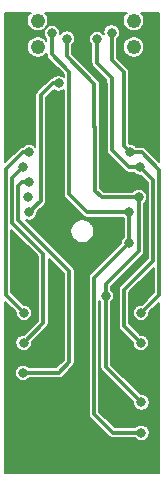
<source format=gbr>
G04 #@! TF.GenerationSoftware,KiCad,Pcbnew,(5.1.10)-1*
G04 #@! TF.CreationDate,2021-10-26T18:23:48-05:00*
G04 #@! TF.ProjectId,samtec_dbg,73616d74-6563-45f6-9462-672e6b696361,rev?*
G04 #@! TF.SameCoordinates,Original*
G04 #@! TF.FileFunction,Copper,L4,Bot*
G04 #@! TF.FilePolarity,Positive*
%FSLAX46Y46*%
G04 Gerber Fmt 4.6, Leading zero omitted, Abs format (unit mm)*
G04 Created by KiCad (PCBNEW (5.1.10)-1) date 2021-10-26 18:23:48*
%MOMM*%
%LPD*%
G01*
G04 APERTURE LIST*
G04 #@! TA.AperFunction,ComponentPad*
%ADD10C,1.218000*%
G04 #@! TD*
G04 #@! TA.AperFunction,ViaPad*
%ADD11C,0.800000*%
G04 #@! TD*
G04 #@! TA.AperFunction,Conductor*
%ADD12C,0.330000*%
G04 #@! TD*
G04 #@! TA.AperFunction,Conductor*
%ADD13C,0.250000*%
G04 #@! TD*
G04 #@! TA.AperFunction,Conductor*
%ADD14C,0.200000*%
G04 #@! TD*
G04 #@! TA.AperFunction,Conductor*
%ADD15C,0.100000*%
G04 #@! TD*
G04 APERTURE END LIST*
D10*
X114364500Y-101175000D03*
X106235500Y-101175000D03*
X114364500Y-103425000D03*
X106235500Y-103425000D03*
D11*
X104000000Y-103000000D03*
X104000000Y-106000000D03*
X115000000Y-107000000D03*
X115000000Y-109000000D03*
X112000000Y-120000000D03*
X110000000Y-121000000D03*
X114000000Y-138000000D03*
X106000000Y-138000000D03*
X105080000Y-125920000D03*
X105525014Y-112330000D03*
X112500000Y-102200000D03*
X114070000Y-112330000D03*
X114980000Y-125920000D03*
X105040000Y-128460000D03*
X105004444Y-113595556D03*
X111252500Y-102752500D03*
X114900000Y-113600000D03*
X114960000Y-128460000D03*
X105000000Y-131000000D03*
X105500000Y-114870000D03*
X109982500Y-102217500D03*
X113970000Y-114870000D03*
X115000000Y-131000000D03*
X105400000Y-116140000D03*
X108712500Y-102712500D03*
X115000000Y-133500000D03*
X114779989Y-116140000D03*
X112000000Y-124500000D03*
X105500000Y-117410000D03*
X108000000Y-106500000D03*
X107442500Y-102257500D03*
X114000000Y-117410000D03*
X115000000Y-136080000D03*
X114000000Y-120000000D03*
X108100000Y-118700000D03*
X107800000Y-110900000D03*
X107200000Y-105400000D03*
X104000000Y-109100000D03*
X104900000Y-121300000D03*
X107800000Y-123600000D03*
D12*
X105080000Y-125920000D02*
X103539980Y-124379980D01*
X103539980Y-124379980D02*
X103539980Y-113749349D01*
X103539980Y-113749349D02*
X104959329Y-112330000D01*
X104959329Y-112330000D02*
X105525014Y-112330000D01*
X112500000Y-102200000D02*
X112500000Y-104500000D01*
X112500000Y-104500000D02*
X113500000Y-105500000D01*
X113500000Y-105500000D02*
X113500000Y-111760000D01*
X113500000Y-111760000D02*
X114070000Y-112330000D01*
X116525021Y-113825021D02*
X116525021Y-124374979D01*
X114070000Y-112330000D02*
X115030000Y-112330000D01*
X116525021Y-124374979D02*
X114980000Y-125920000D01*
X115030000Y-112330000D02*
X116525021Y-113825021D01*
X104069991Y-114530009D02*
X105004444Y-113595556D01*
X106700000Y-120949548D02*
X104069991Y-118319539D01*
X104069991Y-118319539D02*
X104069991Y-114530009D01*
X106700000Y-126800000D02*
X106700000Y-120949548D01*
X105040000Y-128460000D02*
X106700000Y-126800000D01*
X115995010Y-121504990D02*
X113500000Y-124000000D01*
X114560001Y-128060001D02*
X114960000Y-128460000D01*
X115995010Y-114695010D02*
X115995010Y-121504990D01*
X113500000Y-124000000D02*
X113500000Y-127000000D01*
X113500000Y-127000000D02*
X114560001Y-128060001D01*
X114900000Y-113600000D02*
X115995010Y-114695010D01*
X114000000Y-113600000D02*
X114900000Y-113600000D01*
X112500000Y-112100000D02*
X114000000Y-113600000D01*
X112500000Y-106000000D02*
X112500000Y-112100000D01*
X111252500Y-104752500D02*
X112500000Y-106000000D01*
X111252500Y-102752500D02*
X111252500Y-104752500D01*
X108000000Y-131000000D02*
X105000000Y-131000000D01*
X108900000Y-122400000D02*
X108900000Y-130100000D01*
X108900000Y-130100000D02*
X108000000Y-131000000D01*
X104600000Y-118100000D02*
X108900000Y-122400000D01*
X104600000Y-115204315D02*
X104600000Y-118100000D01*
X104934315Y-114870000D02*
X104600000Y-115204315D01*
X105500000Y-114870000D02*
X104934315Y-114870000D01*
D13*
X109982500Y-102217500D02*
X109982500Y-104482500D01*
X109982500Y-104482500D02*
X112000000Y-106500000D01*
X112000000Y-106500000D02*
X112000000Y-114500000D01*
X112370000Y-114870000D02*
X113970000Y-114870000D01*
X112000000Y-114500000D02*
X112370000Y-114870000D01*
D12*
X111075001Y-115575001D02*
X111640000Y-116140000D01*
X114779989Y-120720011D02*
X114779989Y-116140000D01*
X111035001Y-110183999D02*
X111075001Y-110223999D01*
X111640000Y-116140000D02*
X114779989Y-116140000D01*
X112000000Y-123500000D02*
X114779989Y-120720011D01*
X108712500Y-104212500D02*
X111035001Y-106535001D01*
X112000000Y-130500000D02*
X112000000Y-124500000D01*
X111075001Y-110223999D02*
X111075001Y-115575001D01*
X111035001Y-106535001D02*
X111035001Y-110183999D01*
X115000000Y-133500000D02*
X112000000Y-130500000D01*
X108712500Y-102712500D02*
X108712500Y-104212500D01*
X112000000Y-124500000D02*
X112000000Y-123500000D01*
X105500000Y-117410000D02*
X106500000Y-116410000D01*
X106500000Y-116410000D02*
X106500000Y-107500000D01*
X106500000Y-107500000D02*
X107500000Y-106500000D01*
X107500000Y-106500000D02*
X108000000Y-106500000D01*
D13*
X108000000Y-106500000D02*
X108000000Y-106500000D01*
D12*
X114000000Y-117410000D02*
X114000000Y-120000000D01*
X114000000Y-120000000D02*
X114000000Y-120000000D01*
X111000000Y-123000000D02*
X111000000Y-134500000D01*
X112580000Y-136080000D02*
X115000000Y-136080000D01*
X111000000Y-134500000D02*
X112580000Y-136080000D01*
X110410000Y-117410000D02*
X114000000Y-117410000D01*
X108964999Y-115964999D02*
X110410000Y-117410000D01*
X108900000Y-115900000D02*
X108964999Y-115964999D01*
X108900000Y-105529998D02*
X108900000Y-115900000D01*
X107442500Y-104042500D02*
X108900000Y-105500000D01*
X107442500Y-102257500D02*
X107442500Y-104042500D01*
X114000000Y-120000000D02*
X111000000Y-123000000D01*
D13*
X113000000Y-123500000D02*
X113000000Y-129000000D01*
X114703002Y-114870000D02*
X115504999Y-115671997D01*
X114600001Y-130600001D02*
X115000000Y-131000000D01*
X113000000Y-129000000D02*
X114600001Y-130600001D01*
X113970000Y-114870000D02*
X114703002Y-114870000D01*
X115504999Y-120995001D02*
X113000000Y-123500000D01*
X115504999Y-115671997D02*
X115504999Y-120995001D01*
D14*
X105529434Y-100595546D02*
X105429955Y-100744427D01*
X105361433Y-100909855D01*
X105326500Y-101085471D01*
X105326500Y-101264529D01*
X105361433Y-101440145D01*
X105429955Y-101605573D01*
X105529434Y-101754454D01*
X105656046Y-101881066D01*
X105804927Y-101980545D01*
X105970355Y-102049067D01*
X106145971Y-102084000D01*
X106325029Y-102084000D01*
X106500645Y-102049067D01*
X106666073Y-101980545D01*
X106814954Y-101881066D01*
X106941566Y-101754454D01*
X107041045Y-101605573D01*
X107109567Y-101440145D01*
X107144500Y-101264529D01*
X107144500Y-101085471D01*
X107109567Y-100909855D01*
X107041045Y-100744427D01*
X106941566Y-100595546D01*
X106846020Y-100500000D01*
X113753980Y-100500000D01*
X113658434Y-100595546D01*
X113558955Y-100744427D01*
X113490433Y-100909855D01*
X113455500Y-101085471D01*
X113455500Y-101264529D01*
X113490433Y-101440145D01*
X113558955Y-101605573D01*
X113658434Y-101754454D01*
X113785046Y-101881066D01*
X113933927Y-101980545D01*
X114099355Y-102049067D01*
X114274971Y-102084000D01*
X114454029Y-102084000D01*
X114629645Y-102049067D01*
X114795073Y-101980545D01*
X114943954Y-101881066D01*
X115070566Y-101754454D01*
X115170045Y-101605573D01*
X115238567Y-101440145D01*
X115273500Y-101264529D01*
X115273500Y-101085471D01*
X115238567Y-100909855D01*
X115170045Y-100744427D01*
X115070566Y-100595546D01*
X114975020Y-100500000D01*
X116500000Y-100500000D01*
X116500000Y-113142391D01*
X115374957Y-112017349D01*
X115360395Y-111999605D01*
X115289590Y-111941497D01*
X115208808Y-111898318D01*
X115121156Y-111871729D01*
X115052835Y-111865000D01*
X115052832Y-111865000D01*
X115030000Y-111862751D01*
X115007168Y-111865000D01*
X114594950Y-111865000D01*
X114516224Y-111786274D01*
X114401574Y-111709668D01*
X114274182Y-111656901D01*
X114138944Y-111630000D01*
X114027608Y-111630000D01*
X113965000Y-111567392D01*
X113965000Y-105522834D01*
X113967249Y-105500000D01*
X113961226Y-105438843D01*
X113958271Y-105408844D01*
X113931682Y-105321192D01*
X113888503Y-105240410D01*
X113830395Y-105169605D01*
X113812657Y-105155048D01*
X112965000Y-104307392D01*
X112965000Y-103335471D01*
X113455500Y-103335471D01*
X113455500Y-103514529D01*
X113490433Y-103690145D01*
X113558955Y-103855573D01*
X113658434Y-104004454D01*
X113785046Y-104131066D01*
X113933927Y-104230545D01*
X114099355Y-104299067D01*
X114274971Y-104334000D01*
X114454029Y-104334000D01*
X114629645Y-104299067D01*
X114795073Y-104230545D01*
X114943954Y-104131066D01*
X115070566Y-104004454D01*
X115170045Y-103855573D01*
X115238567Y-103690145D01*
X115273500Y-103514529D01*
X115273500Y-103335471D01*
X115238567Y-103159855D01*
X115170045Y-102994427D01*
X115070566Y-102845546D01*
X114943954Y-102718934D01*
X114795073Y-102619455D01*
X114629645Y-102550933D01*
X114454029Y-102516000D01*
X114274971Y-102516000D01*
X114099355Y-102550933D01*
X113933927Y-102619455D01*
X113785046Y-102718934D01*
X113658434Y-102845546D01*
X113558955Y-102994427D01*
X113490433Y-103159855D01*
X113455500Y-103335471D01*
X112965000Y-103335471D01*
X112965000Y-102724950D01*
X113043726Y-102646224D01*
X113120332Y-102531574D01*
X113173099Y-102404182D01*
X113200000Y-102268944D01*
X113200000Y-102131056D01*
X113173099Y-101995818D01*
X113120332Y-101868426D01*
X113043726Y-101753776D01*
X112946224Y-101656274D01*
X112831574Y-101579668D01*
X112704182Y-101526901D01*
X112568944Y-101500000D01*
X112431056Y-101500000D01*
X112295818Y-101526901D01*
X112168426Y-101579668D01*
X112053776Y-101656274D01*
X111956274Y-101753776D01*
X111879668Y-101868426D01*
X111826901Y-101995818D01*
X111800000Y-102131056D01*
X111800000Y-102268944D01*
X111812174Y-102330143D01*
X111796226Y-102306276D01*
X111698724Y-102208774D01*
X111584074Y-102132168D01*
X111456682Y-102079401D01*
X111321444Y-102052500D01*
X111183556Y-102052500D01*
X111048318Y-102079401D01*
X110920926Y-102132168D01*
X110806276Y-102208774D01*
X110708774Y-102306276D01*
X110632168Y-102420926D01*
X110579401Y-102548318D01*
X110552500Y-102683556D01*
X110552500Y-102821444D01*
X110579401Y-102956682D01*
X110632168Y-103084074D01*
X110708774Y-103198724D01*
X110787500Y-103277450D01*
X110787501Y-104729658D01*
X110785251Y-104752500D01*
X110791177Y-104812657D01*
X110794230Y-104843656D01*
X110820819Y-104931308D01*
X110863998Y-105012090D01*
X110922106Y-105082895D01*
X110939845Y-105097453D01*
X112035000Y-106192610D01*
X112035001Y-112077158D01*
X112032751Y-112100000D01*
X112041730Y-112191155D01*
X112068319Y-112278808D01*
X112095682Y-112330000D01*
X112111498Y-112359590D01*
X112169606Y-112430395D01*
X112187345Y-112444953D01*
X113655051Y-113912661D01*
X113669605Y-113930395D01*
X113687338Y-113944948D01*
X113687341Y-113944951D01*
X113740410Y-113988503D01*
X113821192Y-114031682D01*
X113908844Y-114058271D01*
X113977165Y-114065000D01*
X113977175Y-114065000D01*
X113999999Y-114067248D01*
X114022824Y-114065000D01*
X114375050Y-114065000D01*
X114453776Y-114143726D01*
X114568426Y-114220332D01*
X114695818Y-114273099D01*
X114831056Y-114300000D01*
X114942392Y-114300000D01*
X115530010Y-114887619D01*
X115530011Y-121312380D01*
X113187349Y-123655043D01*
X113169605Y-123669605D01*
X113111497Y-123740411D01*
X113068318Y-123821193D01*
X113041729Y-123908845D01*
X113035977Y-123967249D01*
X113032751Y-124000000D01*
X113035000Y-124022832D01*
X113035001Y-126977158D01*
X113032751Y-127000000D01*
X113041730Y-127091155D01*
X113068319Y-127178808D01*
X113111497Y-127259589D01*
X113134522Y-127287645D01*
X113169606Y-127330395D01*
X113187345Y-127344953D01*
X114247343Y-128404952D01*
X114247348Y-128404956D01*
X114260000Y-128417608D01*
X114260000Y-128528944D01*
X114286901Y-128664182D01*
X114339668Y-128791574D01*
X114416274Y-128906224D01*
X114513776Y-129003726D01*
X114628426Y-129080332D01*
X114755818Y-129133099D01*
X114891056Y-129160000D01*
X115028944Y-129160000D01*
X115164182Y-129133099D01*
X115291574Y-129080332D01*
X115406224Y-129003726D01*
X115503726Y-128906224D01*
X115580332Y-128791574D01*
X115633099Y-128664182D01*
X115660000Y-128528944D01*
X115660000Y-128391056D01*
X115633099Y-128255818D01*
X115580332Y-128128426D01*
X115503726Y-128013776D01*
X115406224Y-127916274D01*
X115291574Y-127839668D01*
X115164182Y-127786901D01*
X115028944Y-127760000D01*
X114917608Y-127760000D01*
X114904956Y-127747348D01*
X114904952Y-127747343D01*
X113965000Y-126807392D01*
X113965000Y-124192608D01*
X116060022Y-122097587D01*
X116060022Y-124182369D01*
X115022392Y-125220000D01*
X114911056Y-125220000D01*
X114775818Y-125246901D01*
X114648426Y-125299668D01*
X114533776Y-125376274D01*
X114436274Y-125473776D01*
X114359668Y-125588426D01*
X114306901Y-125715818D01*
X114280000Y-125851056D01*
X114280000Y-125988944D01*
X114306901Y-126124182D01*
X114359668Y-126251574D01*
X114436274Y-126366224D01*
X114533776Y-126463726D01*
X114648426Y-126540332D01*
X114775818Y-126593099D01*
X114911056Y-126620000D01*
X115048944Y-126620000D01*
X115184182Y-126593099D01*
X115311574Y-126540332D01*
X115426224Y-126463726D01*
X115523726Y-126366224D01*
X115600332Y-126251574D01*
X115653099Y-126124182D01*
X115680000Y-125988944D01*
X115680000Y-125877608D01*
X116500000Y-125057609D01*
X116500000Y-139500000D01*
X103500000Y-139500000D01*
X103500000Y-124997608D01*
X104380000Y-125877609D01*
X104380000Y-125988944D01*
X104406901Y-126124182D01*
X104459668Y-126251574D01*
X104536274Y-126366224D01*
X104633776Y-126463726D01*
X104748426Y-126540332D01*
X104875818Y-126593099D01*
X105011056Y-126620000D01*
X105148944Y-126620000D01*
X105284182Y-126593099D01*
X105411574Y-126540332D01*
X105526224Y-126463726D01*
X105623726Y-126366224D01*
X105700332Y-126251574D01*
X105753099Y-126124182D01*
X105780000Y-125988944D01*
X105780000Y-125851056D01*
X105753099Y-125715818D01*
X105700332Y-125588426D01*
X105623726Y-125473776D01*
X105526224Y-125376274D01*
X105411574Y-125299668D01*
X105284182Y-125246901D01*
X105148944Y-125220000D01*
X105037609Y-125220000D01*
X104004980Y-124187372D01*
X104004980Y-118912136D01*
X106235001Y-121142159D01*
X106235000Y-126607391D01*
X105082392Y-127760000D01*
X104971056Y-127760000D01*
X104835818Y-127786901D01*
X104708426Y-127839668D01*
X104593776Y-127916274D01*
X104496274Y-128013776D01*
X104419668Y-128128426D01*
X104366901Y-128255818D01*
X104340000Y-128391056D01*
X104340000Y-128528944D01*
X104366901Y-128664182D01*
X104419668Y-128791574D01*
X104496274Y-128906224D01*
X104593776Y-129003726D01*
X104708426Y-129080332D01*
X104835818Y-129133099D01*
X104971056Y-129160000D01*
X105108944Y-129160000D01*
X105244182Y-129133099D01*
X105371574Y-129080332D01*
X105486224Y-129003726D01*
X105583726Y-128906224D01*
X105660332Y-128791574D01*
X105713099Y-128664182D01*
X105740000Y-128528944D01*
X105740000Y-128417608D01*
X107012657Y-127144952D01*
X107030395Y-127130395D01*
X107088503Y-127059590D01*
X107131682Y-126978808D01*
X107158271Y-126891156D01*
X107165000Y-126822835D01*
X107165000Y-126822834D01*
X107167249Y-126800000D01*
X107165000Y-126777166D01*
X107165000Y-121322609D01*
X108435000Y-122592610D01*
X108435001Y-129907389D01*
X107807392Y-130535000D01*
X105524950Y-130535000D01*
X105446224Y-130456274D01*
X105331574Y-130379668D01*
X105204182Y-130326901D01*
X105068944Y-130300000D01*
X104931056Y-130300000D01*
X104795818Y-130326901D01*
X104668426Y-130379668D01*
X104553776Y-130456274D01*
X104456274Y-130553776D01*
X104379668Y-130668426D01*
X104326901Y-130795818D01*
X104300000Y-130931056D01*
X104300000Y-131068944D01*
X104326901Y-131204182D01*
X104379668Y-131331574D01*
X104456274Y-131446224D01*
X104553776Y-131543726D01*
X104668426Y-131620332D01*
X104795818Y-131673099D01*
X104931056Y-131700000D01*
X105068944Y-131700000D01*
X105204182Y-131673099D01*
X105331574Y-131620332D01*
X105446224Y-131543726D01*
X105524950Y-131465000D01*
X107977168Y-131465000D01*
X108000000Y-131467249D01*
X108022832Y-131465000D01*
X108022835Y-131465000D01*
X108091156Y-131458271D01*
X108178808Y-131431682D01*
X108259590Y-131388503D01*
X108330395Y-131330395D01*
X108344957Y-131312651D01*
X109212661Y-130444949D01*
X109230395Y-130430395D01*
X109272026Y-130379668D01*
X109288503Y-130359590D01*
X109331681Y-130278810D01*
X109331682Y-130278808D01*
X109358271Y-130191156D01*
X109365000Y-130122835D01*
X109365000Y-130122825D01*
X109367248Y-130100001D01*
X109365000Y-130077176D01*
X109365000Y-122422824D01*
X109367248Y-122399999D01*
X109365000Y-122377175D01*
X109365000Y-122377165D01*
X109358271Y-122308844D01*
X109331682Y-122221192D01*
X109288503Y-122140410D01*
X109230395Y-122069605D01*
X109212663Y-122055053D01*
X106058133Y-118900524D01*
X108990000Y-118900524D01*
X108990000Y-119099476D01*
X109028814Y-119294606D01*
X109104950Y-119478414D01*
X109215482Y-119643837D01*
X109356163Y-119784518D01*
X109521586Y-119895050D01*
X109705394Y-119971186D01*
X109900524Y-120010000D01*
X110099476Y-120010000D01*
X110294606Y-119971186D01*
X110478414Y-119895050D01*
X110643837Y-119784518D01*
X110784518Y-119643837D01*
X110895050Y-119478414D01*
X110971186Y-119294606D01*
X111010000Y-119099476D01*
X111010000Y-118900524D01*
X110971186Y-118705394D01*
X110895050Y-118521586D01*
X110784518Y-118356163D01*
X110643837Y-118215482D01*
X110478414Y-118104950D01*
X110294606Y-118028814D01*
X110099476Y-117990000D01*
X109900524Y-117990000D01*
X109705394Y-118028814D01*
X109521586Y-118104950D01*
X109356163Y-118215482D01*
X109215482Y-118356163D01*
X109104950Y-118521586D01*
X109028814Y-118705394D01*
X108990000Y-118900524D01*
X106058133Y-118900524D01*
X105201738Y-118044130D01*
X105295818Y-118083099D01*
X105431056Y-118110000D01*
X105568944Y-118110000D01*
X105704182Y-118083099D01*
X105831574Y-118030332D01*
X105946224Y-117953726D01*
X106043726Y-117856224D01*
X106120332Y-117741574D01*
X106173099Y-117614182D01*
X106200000Y-117478944D01*
X106200000Y-117367608D01*
X106812657Y-116754952D01*
X106830395Y-116740395D01*
X106888503Y-116669590D01*
X106931682Y-116588808D01*
X106958271Y-116501156D01*
X106965000Y-116432835D01*
X106965000Y-116432834D01*
X106967249Y-116410000D01*
X106965000Y-116387166D01*
X106965000Y-107692608D01*
X107589807Y-107067801D01*
X107668426Y-107120332D01*
X107795818Y-107173099D01*
X107931056Y-107200000D01*
X108068944Y-107200000D01*
X108204182Y-107173099D01*
X108331574Y-107120332D01*
X108435000Y-107051225D01*
X108435001Y-115877158D01*
X108432751Y-115900000D01*
X108441730Y-115991155D01*
X108468319Y-116078808D01*
X108506592Y-116150411D01*
X108511498Y-116159590D01*
X108569606Y-116230395D01*
X108587343Y-116244951D01*
X108652341Y-116309950D01*
X108652346Y-116309954D01*
X110065047Y-117722656D01*
X110079605Y-117740395D01*
X110150410Y-117798503D01*
X110231192Y-117841682D01*
X110318844Y-117868271D01*
X110387165Y-117875000D01*
X110387167Y-117875000D01*
X110409999Y-117877249D01*
X110432831Y-117875000D01*
X113475050Y-117875000D01*
X113535000Y-117934950D01*
X113535001Y-119475049D01*
X113456274Y-119553776D01*
X113379668Y-119668426D01*
X113326901Y-119795818D01*
X113300000Y-119931056D01*
X113300000Y-120042391D01*
X110687349Y-122655043D01*
X110669605Y-122669605D01*
X110611497Y-122740411D01*
X110568318Y-122821193D01*
X110541729Y-122908845D01*
X110535000Y-122977165D01*
X110532751Y-123000000D01*
X110535000Y-123022832D01*
X110535001Y-134477158D01*
X110532751Y-134500000D01*
X110540894Y-134582667D01*
X110541730Y-134591156D01*
X110568319Y-134678808D01*
X110611498Y-134759590D01*
X110669606Y-134830395D01*
X110687345Y-134844953D01*
X112235052Y-136392661D01*
X112249605Y-136410395D01*
X112267338Y-136424948D01*
X112267341Y-136424951D01*
X112320410Y-136468503D01*
X112401192Y-136511682D01*
X112488844Y-136538271D01*
X112557165Y-136545000D01*
X112557175Y-136545000D01*
X112579999Y-136547248D01*
X112602823Y-136545000D01*
X114475050Y-136545000D01*
X114553776Y-136623726D01*
X114668426Y-136700332D01*
X114795818Y-136753099D01*
X114931056Y-136780000D01*
X115068944Y-136780000D01*
X115204182Y-136753099D01*
X115331574Y-136700332D01*
X115446224Y-136623726D01*
X115543726Y-136526224D01*
X115620332Y-136411574D01*
X115673099Y-136284182D01*
X115700000Y-136148944D01*
X115700000Y-136011056D01*
X115673099Y-135875818D01*
X115620332Y-135748426D01*
X115543726Y-135633776D01*
X115446224Y-135536274D01*
X115331574Y-135459668D01*
X115204182Y-135406901D01*
X115068944Y-135380000D01*
X114931056Y-135380000D01*
X114795818Y-135406901D01*
X114668426Y-135459668D01*
X114553776Y-135536274D01*
X114475050Y-135615000D01*
X112772610Y-135615000D01*
X111465000Y-134307392D01*
X111465000Y-124954950D01*
X111535001Y-125024951D01*
X111535000Y-130477168D01*
X111532751Y-130500000D01*
X111535000Y-130522832D01*
X111535000Y-130522834D01*
X111541729Y-130591155D01*
X111568318Y-130678807D01*
X111611497Y-130759589D01*
X111669605Y-130830395D01*
X111687349Y-130844957D01*
X114300000Y-133457609D01*
X114300000Y-133568944D01*
X114326901Y-133704182D01*
X114379668Y-133831574D01*
X114456274Y-133946224D01*
X114553776Y-134043726D01*
X114668426Y-134120332D01*
X114795818Y-134173099D01*
X114931056Y-134200000D01*
X115068944Y-134200000D01*
X115204182Y-134173099D01*
X115331574Y-134120332D01*
X115446224Y-134043726D01*
X115543726Y-133946224D01*
X115620332Y-133831574D01*
X115673099Y-133704182D01*
X115700000Y-133568944D01*
X115700000Y-133431056D01*
X115673099Y-133295818D01*
X115620332Y-133168426D01*
X115543726Y-133053776D01*
X115446224Y-132956274D01*
X115331574Y-132879668D01*
X115204182Y-132826901D01*
X115068944Y-132800000D01*
X114957609Y-132800000D01*
X112465000Y-130307392D01*
X112465000Y-125024950D01*
X112543726Y-124946224D01*
X112620332Y-124831574D01*
X112673099Y-124704182D01*
X112700000Y-124568944D01*
X112700000Y-124431056D01*
X112673099Y-124295818D01*
X112620332Y-124168426D01*
X112543726Y-124053776D01*
X112465000Y-123975050D01*
X112465000Y-123692608D01*
X115092646Y-121064963D01*
X115110384Y-121050406D01*
X115168492Y-120979601D01*
X115211671Y-120898819D01*
X115238260Y-120811167D01*
X115244989Y-120742846D01*
X115244989Y-120742836D01*
X115247237Y-120720012D01*
X115244989Y-120697187D01*
X115244989Y-116664950D01*
X115323715Y-116586224D01*
X115400321Y-116471574D01*
X115453088Y-116344182D01*
X115479989Y-116208944D01*
X115479989Y-116071056D01*
X115453088Y-115935818D01*
X115400321Y-115808426D01*
X115323715Y-115693776D01*
X115226213Y-115596274D01*
X115111563Y-115519668D01*
X114984171Y-115466901D01*
X114848933Y-115440000D01*
X114711045Y-115440000D01*
X114575807Y-115466901D01*
X114448415Y-115519668D01*
X114333765Y-115596274D01*
X114255039Y-115675000D01*
X111832609Y-115675000D01*
X111540001Y-115382392D01*
X111540001Y-110246833D01*
X111542250Y-110223999D01*
X111533272Y-110132845D01*
X111533272Y-110132843D01*
X111506683Y-110045191D01*
X111500001Y-110032690D01*
X111500001Y-106557824D01*
X111502249Y-106535000D01*
X111500001Y-106512176D01*
X111500001Y-106512166D01*
X111493272Y-106443845D01*
X111466683Y-106356193D01*
X111423504Y-106275411D01*
X111410519Y-106259589D01*
X111379952Y-106222342D01*
X111379949Y-106222339D01*
X111365396Y-106204606D01*
X111347664Y-106190054D01*
X109177500Y-104019892D01*
X109177500Y-103237450D01*
X109256226Y-103158724D01*
X109332832Y-103044074D01*
X109385599Y-102916682D01*
X109412500Y-102781444D01*
X109412500Y-102643556D01*
X109385599Y-102508318D01*
X109332832Y-102380926D01*
X109256226Y-102266276D01*
X109158724Y-102168774D01*
X109044074Y-102092168D01*
X108916682Y-102039401D01*
X108781444Y-102012500D01*
X108643556Y-102012500D01*
X108508318Y-102039401D01*
X108380926Y-102092168D01*
X108266276Y-102168774D01*
X108168774Y-102266276D01*
X108142500Y-102305598D01*
X108142500Y-102188556D01*
X108115599Y-102053318D01*
X108062832Y-101925926D01*
X107986226Y-101811276D01*
X107888724Y-101713774D01*
X107774074Y-101637168D01*
X107646682Y-101584401D01*
X107511444Y-101557500D01*
X107373556Y-101557500D01*
X107238318Y-101584401D01*
X107110926Y-101637168D01*
X106996276Y-101713774D01*
X106898774Y-101811276D01*
X106822168Y-101925926D01*
X106769401Y-102053318D01*
X106742500Y-102188556D01*
X106742500Y-102326444D01*
X106769401Y-102461682D01*
X106822168Y-102589074D01*
X106898774Y-102703724D01*
X106977500Y-102782450D01*
X106977500Y-102899326D01*
X106941566Y-102845546D01*
X106814954Y-102718934D01*
X106666073Y-102619455D01*
X106500645Y-102550933D01*
X106325029Y-102516000D01*
X106145971Y-102516000D01*
X105970355Y-102550933D01*
X105804927Y-102619455D01*
X105656046Y-102718934D01*
X105529434Y-102845546D01*
X105429955Y-102994427D01*
X105361433Y-103159855D01*
X105326500Y-103335471D01*
X105326500Y-103514529D01*
X105361433Y-103690145D01*
X105429955Y-103855573D01*
X105529434Y-104004454D01*
X105656046Y-104131066D01*
X105804927Y-104230545D01*
X105970355Y-104299067D01*
X106145971Y-104334000D01*
X106325029Y-104334000D01*
X106500645Y-104299067D01*
X106666073Y-104230545D01*
X106814954Y-104131066D01*
X106941566Y-104004454D01*
X106977501Y-103950674D01*
X106977501Y-104019658D01*
X106975251Y-104042500D01*
X106983017Y-104121345D01*
X106984230Y-104133656D01*
X107008147Y-104212500D01*
X107010819Y-104221308D01*
X107049797Y-104294230D01*
X107053998Y-104302090D01*
X107112106Y-104372895D01*
X107129845Y-104387453D01*
X108435000Y-105692610D01*
X108435000Y-105948774D01*
X108331574Y-105879668D01*
X108204182Y-105826901D01*
X108068944Y-105800000D01*
X107931056Y-105800000D01*
X107795818Y-105826901D01*
X107668426Y-105879668D01*
X107553776Y-105956274D01*
X107474819Y-106035231D01*
X107408844Y-106041729D01*
X107321192Y-106068318D01*
X107240410Y-106111497D01*
X107169605Y-106169605D01*
X107155047Y-106187344D01*
X106187345Y-107155047D01*
X106169606Y-107169605D01*
X106155049Y-107187343D01*
X106111497Y-107240411D01*
X106068319Y-107321192D01*
X106041730Y-107408845D01*
X106032751Y-107500000D01*
X106035001Y-107522842D01*
X106035001Y-111850037D01*
X105971238Y-111786274D01*
X105856588Y-111709668D01*
X105729196Y-111656901D01*
X105593958Y-111630000D01*
X105456070Y-111630000D01*
X105320832Y-111656901D01*
X105193440Y-111709668D01*
X105078790Y-111786274D01*
X105000064Y-111865000D01*
X104982163Y-111865000D01*
X104959329Y-111862751D01*
X104936495Y-111865000D01*
X104936494Y-111865000D01*
X104868173Y-111871729D01*
X104780521Y-111898318D01*
X104699739Y-111941497D01*
X104628934Y-111999605D01*
X104614378Y-112017342D01*
X103500000Y-113131721D01*
X103500000Y-100500000D01*
X105624980Y-100500000D01*
X105529434Y-100595546D01*
G04 #@! TA.AperFunction,Conductor*
D15*
G36*
X105529434Y-100595546D02*
G01*
X105429955Y-100744427D01*
X105361433Y-100909855D01*
X105326500Y-101085471D01*
X105326500Y-101264529D01*
X105361433Y-101440145D01*
X105429955Y-101605573D01*
X105529434Y-101754454D01*
X105656046Y-101881066D01*
X105804927Y-101980545D01*
X105970355Y-102049067D01*
X106145971Y-102084000D01*
X106325029Y-102084000D01*
X106500645Y-102049067D01*
X106666073Y-101980545D01*
X106814954Y-101881066D01*
X106941566Y-101754454D01*
X107041045Y-101605573D01*
X107109567Y-101440145D01*
X107144500Y-101264529D01*
X107144500Y-101085471D01*
X107109567Y-100909855D01*
X107041045Y-100744427D01*
X106941566Y-100595546D01*
X106846020Y-100500000D01*
X113753980Y-100500000D01*
X113658434Y-100595546D01*
X113558955Y-100744427D01*
X113490433Y-100909855D01*
X113455500Y-101085471D01*
X113455500Y-101264529D01*
X113490433Y-101440145D01*
X113558955Y-101605573D01*
X113658434Y-101754454D01*
X113785046Y-101881066D01*
X113933927Y-101980545D01*
X114099355Y-102049067D01*
X114274971Y-102084000D01*
X114454029Y-102084000D01*
X114629645Y-102049067D01*
X114795073Y-101980545D01*
X114943954Y-101881066D01*
X115070566Y-101754454D01*
X115170045Y-101605573D01*
X115238567Y-101440145D01*
X115273500Y-101264529D01*
X115273500Y-101085471D01*
X115238567Y-100909855D01*
X115170045Y-100744427D01*
X115070566Y-100595546D01*
X114975020Y-100500000D01*
X116500000Y-100500000D01*
X116500000Y-113142391D01*
X115374957Y-112017349D01*
X115360395Y-111999605D01*
X115289590Y-111941497D01*
X115208808Y-111898318D01*
X115121156Y-111871729D01*
X115052835Y-111865000D01*
X115052832Y-111865000D01*
X115030000Y-111862751D01*
X115007168Y-111865000D01*
X114594950Y-111865000D01*
X114516224Y-111786274D01*
X114401574Y-111709668D01*
X114274182Y-111656901D01*
X114138944Y-111630000D01*
X114027608Y-111630000D01*
X113965000Y-111567392D01*
X113965000Y-105522834D01*
X113967249Y-105500000D01*
X113961226Y-105438843D01*
X113958271Y-105408844D01*
X113931682Y-105321192D01*
X113888503Y-105240410D01*
X113830395Y-105169605D01*
X113812657Y-105155048D01*
X112965000Y-104307392D01*
X112965000Y-103335471D01*
X113455500Y-103335471D01*
X113455500Y-103514529D01*
X113490433Y-103690145D01*
X113558955Y-103855573D01*
X113658434Y-104004454D01*
X113785046Y-104131066D01*
X113933927Y-104230545D01*
X114099355Y-104299067D01*
X114274971Y-104334000D01*
X114454029Y-104334000D01*
X114629645Y-104299067D01*
X114795073Y-104230545D01*
X114943954Y-104131066D01*
X115070566Y-104004454D01*
X115170045Y-103855573D01*
X115238567Y-103690145D01*
X115273500Y-103514529D01*
X115273500Y-103335471D01*
X115238567Y-103159855D01*
X115170045Y-102994427D01*
X115070566Y-102845546D01*
X114943954Y-102718934D01*
X114795073Y-102619455D01*
X114629645Y-102550933D01*
X114454029Y-102516000D01*
X114274971Y-102516000D01*
X114099355Y-102550933D01*
X113933927Y-102619455D01*
X113785046Y-102718934D01*
X113658434Y-102845546D01*
X113558955Y-102994427D01*
X113490433Y-103159855D01*
X113455500Y-103335471D01*
X112965000Y-103335471D01*
X112965000Y-102724950D01*
X113043726Y-102646224D01*
X113120332Y-102531574D01*
X113173099Y-102404182D01*
X113200000Y-102268944D01*
X113200000Y-102131056D01*
X113173099Y-101995818D01*
X113120332Y-101868426D01*
X113043726Y-101753776D01*
X112946224Y-101656274D01*
X112831574Y-101579668D01*
X112704182Y-101526901D01*
X112568944Y-101500000D01*
X112431056Y-101500000D01*
X112295818Y-101526901D01*
X112168426Y-101579668D01*
X112053776Y-101656274D01*
X111956274Y-101753776D01*
X111879668Y-101868426D01*
X111826901Y-101995818D01*
X111800000Y-102131056D01*
X111800000Y-102268944D01*
X111812174Y-102330143D01*
X111796226Y-102306276D01*
X111698724Y-102208774D01*
X111584074Y-102132168D01*
X111456682Y-102079401D01*
X111321444Y-102052500D01*
X111183556Y-102052500D01*
X111048318Y-102079401D01*
X110920926Y-102132168D01*
X110806276Y-102208774D01*
X110708774Y-102306276D01*
X110632168Y-102420926D01*
X110579401Y-102548318D01*
X110552500Y-102683556D01*
X110552500Y-102821444D01*
X110579401Y-102956682D01*
X110632168Y-103084074D01*
X110708774Y-103198724D01*
X110787500Y-103277450D01*
X110787501Y-104729658D01*
X110785251Y-104752500D01*
X110791177Y-104812657D01*
X110794230Y-104843656D01*
X110820819Y-104931308D01*
X110863998Y-105012090D01*
X110922106Y-105082895D01*
X110939845Y-105097453D01*
X112035000Y-106192610D01*
X112035001Y-112077158D01*
X112032751Y-112100000D01*
X112041730Y-112191155D01*
X112068319Y-112278808D01*
X112095682Y-112330000D01*
X112111498Y-112359590D01*
X112169606Y-112430395D01*
X112187345Y-112444953D01*
X113655051Y-113912661D01*
X113669605Y-113930395D01*
X113687338Y-113944948D01*
X113687341Y-113944951D01*
X113740410Y-113988503D01*
X113821192Y-114031682D01*
X113908844Y-114058271D01*
X113977165Y-114065000D01*
X113977175Y-114065000D01*
X113999999Y-114067248D01*
X114022824Y-114065000D01*
X114375050Y-114065000D01*
X114453776Y-114143726D01*
X114568426Y-114220332D01*
X114695818Y-114273099D01*
X114831056Y-114300000D01*
X114942392Y-114300000D01*
X115530010Y-114887619D01*
X115530011Y-121312380D01*
X113187349Y-123655043D01*
X113169605Y-123669605D01*
X113111497Y-123740411D01*
X113068318Y-123821193D01*
X113041729Y-123908845D01*
X113035977Y-123967249D01*
X113032751Y-124000000D01*
X113035000Y-124022832D01*
X113035001Y-126977158D01*
X113032751Y-127000000D01*
X113041730Y-127091155D01*
X113068319Y-127178808D01*
X113111497Y-127259589D01*
X113134522Y-127287645D01*
X113169606Y-127330395D01*
X113187345Y-127344953D01*
X114247343Y-128404952D01*
X114247348Y-128404956D01*
X114260000Y-128417608D01*
X114260000Y-128528944D01*
X114286901Y-128664182D01*
X114339668Y-128791574D01*
X114416274Y-128906224D01*
X114513776Y-129003726D01*
X114628426Y-129080332D01*
X114755818Y-129133099D01*
X114891056Y-129160000D01*
X115028944Y-129160000D01*
X115164182Y-129133099D01*
X115291574Y-129080332D01*
X115406224Y-129003726D01*
X115503726Y-128906224D01*
X115580332Y-128791574D01*
X115633099Y-128664182D01*
X115660000Y-128528944D01*
X115660000Y-128391056D01*
X115633099Y-128255818D01*
X115580332Y-128128426D01*
X115503726Y-128013776D01*
X115406224Y-127916274D01*
X115291574Y-127839668D01*
X115164182Y-127786901D01*
X115028944Y-127760000D01*
X114917608Y-127760000D01*
X114904956Y-127747348D01*
X114904952Y-127747343D01*
X113965000Y-126807392D01*
X113965000Y-124192608D01*
X116060022Y-122097587D01*
X116060022Y-124182369D01*
X115022392Y-125220000D01*
X114911056Y-125220000D01*
X114775818Y-125246901D01*
X114648426Y-125299668D01*
X114533776Y-125376274D01*
X114436274Y-125473776D01*
X114359668Y-125588426D01*
X114306901Y-125715818D01*
X114280000Y-125851056D01*
X114280000Y-125988944D01*
X114306901Y-126124182D01*
X114359668Y-126251574D01*
X114436274Y-126366224D01*
X114533776Y-126463726D01*
X114648426Y-126540332D01*
X114775818Y-126593099D01*
X114911056Y-126620000D01*
X115048944Y-126620000D01*
X115184182Y-126593099D01*
X115311574Y-126540332D01*
X115426224Y-126463726D01*
X115523726Y-126366224D01*
X115600332Y-126251574D01*
X115653099Y-126124182D01*
X115680000Y-125988944D01*
X115680000Y-125877608D01*
X116500000Y-125057609D01*
X116500000Y-139500000D01*
X103500000Y-139500000D01*
X103500000Y-124997608D01*
X104380000Y-125877609D01*
X104380000Y-125988944D01*
X104406901Y-126124182D01*
X104459668Y-126251574D01*
X104536274Y-126366224D01*
X104633776Y-126463726D01*
X104748426Y-126540332D01*
X104875818Y-126593099D01*
X105011056Y-126620000D01*
X105148944Y-126620000D01*
X105284182Y-126593099D01*
X105411574Y-126540332D01*
X105526224Y-126463726D01*
X105623726Y-126366224D01*
X105700332Y-126251574D01*
X105753099Y-126124182D01*
X105780000Y-125988944D01*
X105780000Y-125851056D01*
X105753099Y-125715818D01*
X105700332Y-125588426D01*
X105623726Y-125473776D01*
X105526224Y-125376274D01*
X105411574Y-125299668D01*
X105284182Y-125246901D01*
X105148944Y-125220000D01*
X105037609Y-125220000D01*
X104004980Y-124187372D01*
X104004980Y-118912136D01*
X106235001Y-121142159D01*
X106235000Y-126607391D01*
X105082392Y-127760000D01*
X104971056Y-127760000D01*
X104835818Y-127786901D01*
X104708426Y-127839668D01*
X104593776Y-127916274D01*
X104496274Y-128013776D01*
X104419668Y-128128426D01*
X104366901Y-128255818D01*
X104340000Y-128391056D01*
X104340000Y-128528944D01*
X104366901Y-128664182D01*
X104419668Y-128791574D01*
X104496274Y-128906224D01*
X104593776Y-129003726D01*
X104708426Y-129080332D01*
X104835818Y-129133099D01*
X104971056Y-129160000D01*
X105108944Y-129160000D01*
X105244182Y-129133099D01*
X105371574Y-129080332D01*
X105486224Y-129003726D01*
X105583726Y-128906224D01*
X105660332Y-128791574D01*
X105713099Y-128664182D01*
X105740000Y-128528944D01*
X105740000Y-128417608D01*
X107012657Y-127144952D01*
X107030395Y-127130395D01*
X107088503Y-127059590D01*
X107131682Y-126978808D01*
X107158271Y-126891156D01*
X107165000Y-126822835D01*
X107165000Y-126822834D01*
X107167249Y-126800000D01*
X107165000Y-126777166D01*
X107165000Y-121322609D01*
X108435000Y-122592610D01*
X108435001Y-129907389D01*
X107807392Y-130535000D01*
X105524950Y-130535000D01*
X105446224Y-130456274D01*
X105331574Y-130379668D01*
X105204182Y-130326901D01*
X105068944Y-130300000D01*
X104931056Y-130300000D01*
X104795818Y-130326901D01*
X104668426Y-130379668D01*
X104553776Y-130456274D01*
X104456274Y-130553776D01*
X104379668Y-130668426D01*
X104326901Y-130795818D01*
X104300000Y-130931056D01*
X104300000Y-131068944D01*
X104326901Y-131204182D01*
X104379668Y-131331574D01*
X104456274Y-131446224D01*
X104553776Y-131543726D01*
X104668426Y-131620332D01*
X104795818Y-131673099D01*
X104931056Y-131700000D01*
X105068944Y-131700000D01*
X105204182Y-131673099D01*
X105331574Y-131620332D01*
X105446224Y-131543726D01*
X105524950Y-131465000D01*
X107977168Y-131465000D01*
X108000000Y-131467249D01*
X108022832Y-131465000D01*
X108022835Y-131465000D01*
X108091156Y-131458271D01*
X108178808Y-131431682D01*
X108259590Y-131388503D01*
X108330395Y-131330395D01*
X108344957Y-131312651D01*
X109212661Y-130444949D01*
X109230395Y-130430395D01*
X109272026Y-130379668D01*
X109288503Y-130359590D01*
X109331681Y-130278810D01*
X109331682Y-130278808D01*
X109358271Y-130191156D01*
X109365000Y-130122835D01*
X109365000Y-130122825D01*
X109367248Y-130100001D01*
X109365000Y-130077176D01*
X109365000Y-122422824D01*
X109367248Y-122399999D01*
X109365000Y-122377175D01*
X109365000Y-122377165D01*
X109358271Y-122308844D01*
X109331682Y-122221192D01*
X109288503Y-122140410D01*
X109230395Y-122069605D01*
X109212663Y-122055053D01*
X106058133Y-118900524D01*
X108990000Y-118900524D01*
X108990000Y-119099476D01*
X109028814Y-119294606D01*
X109104950Y-119478414D01*
X109215482Y-119643837D01*
X109356163Y-119784518D01*
X109521586Y-119895050D01*
X109705394Y-119971186D01*
X109900524Y-120010000D01*
X110099476Y-120010000D01*
X110294606Y-119971186D01*
X110478414Y-119895050D01*
X110643837Y-119784518D01*
X110784518Y-119643837D01*
X110895050Y-119478414D01*
X110971186Y-119294606D01*
X111010000Y-119099476D01*
X111010000Y-118900524D01*
X110971186Y-118705394D01*
X110895050Y-118521586D01*
X110784518Y-118356163D01*
X110643837Y-118215482D01*
X110478414Y-118104950D01*
X110294606Y-118028814D01*
X110099476Y-117990000D01*
X109900524Y-117990000D01*
X109705394Y-118028814D01*
X109521586Y-118104950D01*
X109356163Y-118215482D01*
X109215482Y-118356163D01*
X109104950Y-118521586D01*
X109028814Y-118705394D01*
X108990000Y-118900524D01*
X106058133Y-118900524D01*
X105201738Y-118044130D01*
X105295818Y-118083099D01*
X105431056Y-118110000D01*
X105568944Y-118110000D01*
X105704182Y-118083099D01*
X105831574Y-118030332D01*
X105946224Y-117953726D01*
X106043726Y-117856224D01*
X106120332Y-117741574D01*
X106173099Y-117614182D01*
X106200000Y-117478944D01*
X106200000Y-117367608D01*
X106812657Y-116754952D01*
X106830395Y-116740395D01*
X106888503Y-116669590D01*
X106931682Y-116588808D01*
X106958271Y-116501156D01*
X106965000Y-116432835D01*
X106965000Y-116432834D01*
X106967249Y-116410000D01*
X106965000Y-116387166D01*
X106965000Y-107692608D01*
X107589807Y-107067801D01*
X107668426Y-107120332D01*
X107795818Y-107173099D01*
X107931056Y-107200000D01*
X108068944Y-107200000D01*
X108204182Y-107173099D01*
X108331574Y-107120332D01*
X108435000Y-107051225D01*
X108435001Y-115877158D01*
X108432751Y-115900000D01*
X108441730Y-115991155D01*
X108468319Y-116078808D01*
X108506592Y-116150411D01*
X108511498Y-116159590D01*
X108569606Y-116230395D01*
X108587343Y-116244951D01*
X108652341Y-116309950D01*
X108652346Y-116309954D01*
X110065047Y-117722656D01*
X110079605Y-117740395D01*
X110150410Y-117798503D01*
X110231192Y-117841682D01*
X110318844Y-117868271D01*
X110387165Y-117875000D01*
X110387167Y-117875000D01*
X110409999Y-117877249D01*
X110432831Y-117875000D01*
X113475050Y-117875000D01*
X113535000Y-117934950D01*
X113535001Y-119475049D01*
X113456274Y-119553776D01*
X113379668Y-119668426D01*
X113326901Y-119795818D01*
X113300000Y-119931056D01*
X113300000Y-120042391D01*
X110687349Y-122655043D01*
X110669605Y-122669605D01*
X110611497Y-122740411D01*
X110568318Y-122821193D01*
X110541729Y-122908845D01*
X110535000Y-122977165D01*
X110532751Y-123000000D01*
X110535000Y-123022832D01*
X110535001Y-134477158D01*
X110532751Y-134500000D01*
X110540894Y-134582667D01*
X110541730Y-134591156D01*
X110568319Y-134678808D01*
X110611498Y-134759590D01*
X110669606Y-134830395D01*
X110687345Y-134844953D01*
X112235052Y-136392661D01*
X112249605Y-136410395D01*
X112267338Y-136424948D01*
X112267341Y-136424951D01*
X112320410Y-136468503D01*
X112401192Y-136511682D01*
X112488844Y-136538271D01*
X112557165Y-136545000D01*
X112557175Y-136545000D01*
X112579999Y-136547248D01*
X112602823Y-136545000D01*
X114475050Y-136545000D01*
X114553776Y-136623726D01*
X114668426Y-136700332D01*
X114795818Y-136753099D01*
X114931056Y-136780000D01*
X115068944Y-136780000D01*
X115204182Y-136753099D01*
X115331574Y-136700332D01*
X115446224Y-136623726D01*
X115543726Y-136526224D01*
X115620332Y-136411574D01*
X115673099Y-136284182D01*
X115700000Y-136148944D01*
X115700000Y-136011056D01*
X115673099Y-135875818D01*
X115620332Y-135748426D01*
X115543726Y-135633776D01*
X115446224Y-135536274D01*
X115331574Y-135459668D01*
X115204182Y-135406901D01*
X115068944Y-135380000D01*
X114931056Y-135380000D01*
X114795818Y-135406901D01*
X114668426Y-135459668D01*
X114553776Y-135536274D01*
X114475050Y-135615000D01*
X112772610Y-135615000D01*
X111465000Y-134307392D01*
X111465000Y-124954950D01*
X111535001Y-125024951D01*
X111535000Y-130477168D01*
X111532751Y-130500000D01*
X111535000Y-130522832D01*
X111535000Y-130522834D01*
X111541729Y-130591155D01*
X111568318Y-130678807D01*
X111611497Y-130759589D01*
X111669605Y-130830395D01*
X111687349Y-130844957D01*
X114300000Y-133457609D01*
X114300000Y-133568944D01*
X114326901Y-133704182D01*
X114379668Y-133831574D01*
X114456274Y-133946224D01*
X114553776Y-134043726D01*
X114668426Y-134120332D01*
X114795818Y-134173099D01*
X114931056Y-134200000D01*
X115068944Y-134200000D01*
X115204182Y-134173099D01*
X115331574Y-134120332D01*
X115446224Y-134043726D01*
X115543726Y-133946224D01*
X115620332Y-133831574D01*
X115673099Y-133704182D01*
X115700000Y-133568944D01*
X115700000Y-133431056D01*
X115673099Y-133295818D01*
X115620332Y-133168426D01*
X115543726Y-133053776D01*
X115446224Y-132956274D01*
X115331574Y-132879668D01*
X115204182Y-132826901D01*
X115068944Y-132800000D01*
X114957609Y-132800000D01*
X112465000Y-130307392D01*
X112465000Y-125024950D01*
X112543726Y-124946224D01*
X112620332Y-124831574D01*
X112673099Y-124704182D01*
X112700000Y-124568944D01*
X112700000Y-124431056D01*
X112673099Y-124295818D01*
X112620332Y-124168426D01*
X112543726Y-124053776D01*
X112465000Y-123975050D01*
X112465000Y-123692608D01*
X115092646Y-121064963D01*
X115110384Y-121050406D01*
X115168492Y-120979601D01*
X115211671Y-120898819D01*
X115238260Y-120811167D01*
X115244989Y-120742846D01*
X115244989Y-120742836D01*
X115247237Y-120720012D01*
X115244989Y-120697187D01*
X115244989Y-116664950D01*
X115323715Y-116586224D01*
X115400321Y-116471574D01*
X115453088Y-116344182D01*
X115479989Y-116208944D01*
X115479989Y-116071056D01*
X115453088Y-115935818D01*
X115400321Y-115808426D01*
X115323715Y-115693776D01*
X115226213Y-115596274D01*
X115111563Y-115519668D01*
X114984171Y-115466901D01*
X114848933Y-115440000D01*
X114711045Y-115440000D01*
X114575807Y-115466901D01*
X114448415Y-115519668D01*
X114333765Y-115596274D01*
X114255039Y-115675000D01*
X111832609Y-115675000D01*
X111540001Y-115382392D01*
X111540001Y-110246833D01*
X111542250Y-110223999D01*
X111533272Y-110132845D01*
X111533272Y-110132843D01*
X111506683Y-110045191D01*
X111500001Y-110032690D01*
X111500001Y-106557824D01*
X111502249Y-106535000D01*
X111500001Y-106512176D01*
X111500001Y-106512166D01*
X111493272Y-106443845D01*
X111466683Y-106356193D01*
X111423504Y-106275411D01*
X111410519Y-106259589D01*
X111379952Y-106222342D01*
X111379949Y-106222339D01*
X111365396Y-106204606D01*
X111347664Y-106190054D01*
X109177500Y-104019892D01*
X109177500Y-103237450D01*
X109256226Y-103158724D01*
X109332832Y-103044074D01*
X109385599Y-102916682D01*
X109412500Y-102781444D01*
X109412500Y-102643556D01*
X109385599Y-102508318D01*
X109332832Y-102380926D01*
X109256226Y-102266276D01*
X109158724Y-102168774D01*
X109044074Y-102092168D01*
X108916682Y-102039401D01*
X108781444Y-102012500D01*
X108643556Y-102012500D01*
X108508318Y-102039401D01*
X108380926Y-102092168D01*
X108266276Y-102168774D01*
X108168774Y-102266276D01*
X108142500Y-102305598D01*
X108142500Y-102188556D01*
X108115599Y-102053318D01*
X108062832Y-101925926D01*
X107986226Y-101811276D01*
X107888724Y-101713774D01*
X107774074Y-101637168D01*
X107646682Y-101584401D01*
X107511444Y-101557500D01*
X107373556Y-101557500D01*
X107238318Y-101584401D01*
X107110926Y-101637168D01*
X106996276Y-101713774D01*
X106898774Y-101811276D01*
X106822168Y-101925926D01*
X106769401Y-102053318D01*
X106742500Y-102188556D01*
X106742500Y-102326444D01*
X106769401Y-102461682D01*
X106822168Y-102589074D01*
X106898774Y-102703724D01*
X106977500Y-102782450D01*
X106977500Y-102899326D01*
X106941566Y-102845546D01*
X106814954Y-102718934D01*
X106666073Y-102619455D01*
X106500645Y-102550933D01*
X106325029Y-102516000D01*
X106145971Y-102516000D01*
X105970355Y-102550933D01*
X105804927Y-102619455D01*
X105656046Y-102718934D01*
X105529434Y-102845546D01*
X105429955Y-102994427D01*
X105361433Y-103159855D01*
X105326500Y-103335471D01*
X105326500Y-103514529D01*
X105361433Y-103690145D01*
X105429955Y-103855573D01*
X105529434Y-104004454D01*
X105656046Y-104131066D01*
X105804927Y-104230545D01*
X105970355Y-104299067D01*
X106145971Y-104334000D01*
X106325029Y-104334000D01*
X106500645Y-104299067D01*
X106666073Y-104230545D01*
X106814954Y-104131066D01*
X106941566Y-104004454D01*
X106977501Y-103950674D01*
X106977501Y-104019658D01*
X106975251Y-104042500D01*
X106983017Y-104121345D01*
X106984230Y-104133656D01*
X107008147Y-104212500D01*
X107010819Y-104221308D01*
X107049797Y-104294230D01*
X107053998Y-104302090D01*
X107112106Y-104372895D01*
X107129845Y-104387453D01*
X108435000Y-105692610D01*
X108435000Y-105948774D01*
X108331574Y-105879668D01*
X108204182Y-105826901D01*
X108068944Y-105800000D01*
X107931056Y-105800000D01*
X107795818Y-105826901D01*
X107668426Y-105879668D01*
X107553776Y-105956274D01*
X107474819Y-106035231D01*
X107408844Y-106041729D01*
X107321192Y-106068318D01*
X107240410Y-106111497D01*
X107169605Y-106169605D01*
X107155047Y-106187344D01*
X106187345Y-107155047D01*
X106169606Y-107169605D01*
X106155049Y-107187343D01*
X106111497Y-107240411D01*
X106068319Y-107321192D01*
X106041730Y-107408845D01*
X106032751Y-107500000D01*
X106035001Y-107522842D01*
X106035001Y-111850037D01*
X105971238Y-111786274D01*
X105856588Y-111709668D01*
X105729196Y-111656901D01*
X105593958Y-111630000D01*
X105456070Y-111630000D01*
X105320832Y-111656901D01*
X105193440Y-111709668D01*
X105078790Y-111786274D01*
X105000064Y-111865000D01*
X104982163Y-111865000D01*
X104959329Y-111862751D01*
X104936495Y-111865000D01*
X104936494Y-111865000D01*
X104868173Y-111871729D01*
X104780521Y-111898318D01*
X104699739Y-111941497D01*
X104628934Y-111999605D01*
X104614378Y-112017342D01*
X103500000Y-113131721D01*
X103500000Y-100500000D01*
X105624980Y-100500000D01*
X105529434Y-100595546D01*
G37*
G04 #@! TD.AperFunction*
M02*

</source>
